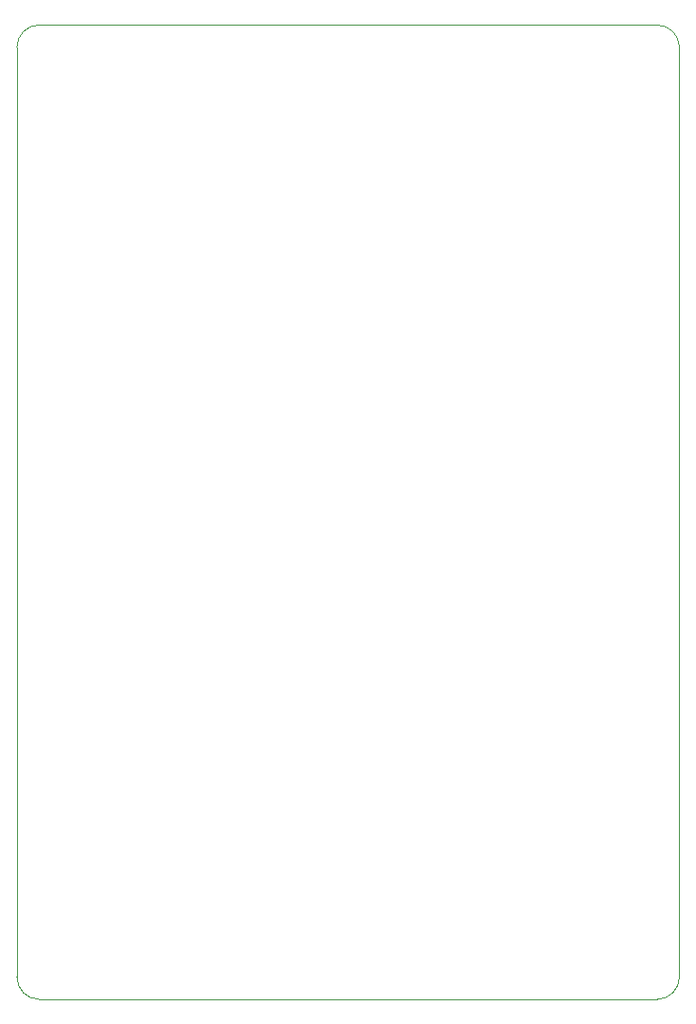
<source format=gm1>
%TF.GenerationSoftware,KiCad,Pcbnew,(6.0.4)*%
%TF.CreationDate,2022-08-26T14:00:32+02:00*%
%TF.ProjectId,Little Big Scroll 6 - Rear Plate,4c697474-6c65-4204-9269-67205363726f,v1.1*%
%TF.SameCoordinates,Original*%
%TF.FileFunction,Profile,NP*%
%FSLAX46Y46*%
G04 Gerber Fmt 4.6, Leading zero omitted, Abs format (unit mm)*
G04 Created by KiCad (PCBNEW (6.0.4)) date 2022-08-26 14:00:32*
%MOMM*%
%LPD*%
G01*
G04 APERTURE LIST*
%TA.AperFunction,Profile*%
%ADD10C,0.050000*%
%TD*%
G04 APERTURE END LIST*
D10*
X82650399Y-45780000D02*
G75*
G03*
X80650000Y-47780399I1J-2000400D01*
G01*
X80650001Y-130790000D02*
G75*
G03*
X82650399Y-132790399I2000399J0D01*
G01*
X139890400Y-47780399D02*
G75*
G03*
X137890000Y-45780000I-2000400J-1D01*
G01*
X139890399Y-47780399D02*
X139890000Y-130789601D01*
X82650399Y-45780000D02*
X137890000Y-45780000D01*
X80650000Y-130790000D02*
X80650000Y-47780399D01*
X137889601Y-132790000D02*
G75*
G03*
X139890000Y-130789601I-1J2000400D01*
G01*
X137889601Y-132790000D02*
X82650399Y-132790399D01*
M02*

</source>
